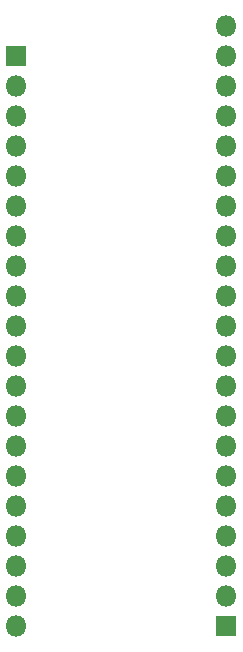
<source format=gbr>
G04 #@! TF.GenerationSoftware,KiCad,Pcbnew,(5.0.0)*
G04 #@! TF.CreationDate,2018-10-12T16:46:49-04:00*
G04 #@! TF.ProjectId,DRV8308_BreakoutBoard,445256383330385F427265616B6F7574,rev?*
G04 #@! TF.SameCoordinates,Original*
G04 #@! TF.FileFunction,Soldermask,Bot*
G04 #@! TF.FilePolarity,Negative*
%FSLAX46Y46*%
G04 Gerber Fmt 4.6, Leading zero omitted, Abs format (unit mm)*
G04 Created by KiCad (PCBNEW (5.0.0)) date 10/12/18 16:46:49*
%MOMM*%
%LPD*%
G01*
G04 APERTURE LIST*
%ADD10R,1.801600X1.801600*%
%ADD11O,1.801600X1.801600*%
G04 APERTURE END LIST*
D10*
G04 #@! TO.C,J1*
X139700000Y-76200000D03*
D11*
X139700000Y-78740000D03*
X139700000Y-81280000D03*
X139700000Y-83820000D03*
X139700000Y-86360000D03*
X139700000Y-88900000D03*
X139700000Y-91440000D03*
X139700000Y-93980000D03*
X139700000Y-96520000D03*
X139700000Y-99060000D03*
X139700000Y-101600000D03*
X139700000Y-104140000D03*
X139700000Y-106680000D03*
X139700000Y-109220000D03*
X139700000Y-111760000D03*
X139700000Y-114300000D03*
X139700000Y-116840000D03*
X139700000Y-119380000D03*
X139700000Y-121920000D03*
X139700000Y-124460000D03*
G04 #@! TD*
G04 #@! TO.C,J2*
X157480000Y-73660000D03*
X157480000Y-76200000D03*
X157480000Y-78740000D03*
X157480000Y-81280000D03*
X157480000Y-83820000D03*
X157480000Y-86360000D03*
X157480000Y-88900000D03*
X157480000Y-91440000D03*
X157480000Y-93980000D03*
X157480000Y-96520000D03*
X157480000Y-99060000D03*
X157480000Y-101600000D03*
X157480000Y-104140000D03*
X157480000Y-106680000D03*
X157480000Y-109220000D03*
X157480000Y-111760000D03*
X157480000Y-114300000D03*
X157480000Y-116840000D03*
X157480000Y-119380000D03*
X157480000Y-121920000D03*
D10*
X157480000Y-124460000D03*
G04 #@! TD*
M02*

</source>
